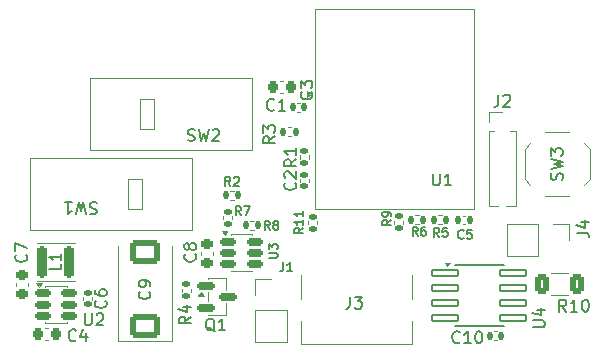
<source format=gbr>
%TF.GenerationSoftware,KiCad,Pcbnew,9.0.7-9.0.7~ubuntu24.04.1*%
%TF.CreationDate,2026-02-26T22:41:37+11:00*%
%TF.ProjectId,flipcab-rounded,666c6970-6361-4622-9d72-6f756e646564,rev?*%
%TF.SameCoordinates,Original*%
%TF.FileFunction,Legend,Top*%
%TF.FilePolarity,Positive*%
%FSLAX46Y46*%
G04 Gerber Fmt 4.6, Leading zero omitted, Abs format (unit mm)*
G04 Created by KiCad (PCBNEW 9.0.7-9.0.7~ubuntu24.04.1) date 2026-02-26 22:41:37*
%MOMM*%
%LPD*%
G01*
G04 APERTURE LIST*
G04 Aperture macros list*
%AMRoundRect*
0 Rectangle with rounded corners*
0 $1 Rounding radius*
0 $2 $3 $4 $5 $6 $7 $8 $9 X,Y pos of 4 corners*
0 Add a 4 corners polygon primitive as box body*
4,1,4,$2,$3,$4,$5,$6,$7,$8,$9,$2,$3,0*
0 Add four circle primitives for the rounded corners*
1,1,$1+$1,$2,$3*
1,1,$1+$1,$4,$5*
1,1,$1+$1,$6,$7*
1,1,$1+$1,$8,$9*
0 Add four rect primitives between the rounded corners*
20,1,$1+$1,$2,$3,$4,$5,0*
20,1,$1+$1,$4,$5,$6,$7,0*
20,1,$1+$1,$6,$7,$8,$9,0*
20,1,$1+$1,$8,$9,$2,$3,0*%
%AMOutline5P*
0 Free polygon, 5 corners , with rotation*
0 The origin of the aperture is its center*
0 number of corners: always 5*
0 $1 to $10 corner X, Y*
0 $11 Rotation angle, in degrees counterclockwise*
0 create outline with 5 corners*
4,1,5,$1,$2,$3,$4,$5,$6,$7,$8,$9,$10,$1,$2,$11*%
%AMOutline6P*
0 Free polygon, 6 corners , with rotation*
0 The origin of the aperture is its center*
0 number of corners: always 6*
0 $1 to $12 corner X, Y*
0 $13 Rotation angle, in degrees counterclockwise*
0 create outline with 6 corners*
4,1,6,$1,$2,$3,$4,$5,$6,$7,$8,$9,$10,$11,$12,$1,$2,$13*%
%AMOutline7P*
0 Free polygon, 7 corners , with rotation*
0 The origin of the aperture is its center*
0 number of corners: always 7*
0 $1 to $14 corner X, Y*
0 $15 Rotation angle, in degrees counterclockwise*
0 create outline with 7 corners*
4,1,7,$1,$2,$3,$4,$5,$6,$7,$8,$9,$10,$11,$12,$13,$14,$1,$2,$15*%
%AMOutline8P*
0 Free polygon, 8 corners , with rotation*
0 The origin of the aperture is its center*
0 number of corners: always 8*
0 $1 to $16 corner X, Y*
0 $17 Rotation angle, in degrees counterclockwise*
0 create outline with 8 corners*
4,1,8,$1,$2,$3,$4,$5,$6,$7,$8,$9,$10,$11,$12,$13,$14,$15,$16,$1,$2,$17*%
G04 Aperture macros list end*
%ADD10C,0.150000*%
%ADD11C,0.120000*%
%ADD12R,2.400000X3.100000*%
%ADD13RoundRect,0.070000X-1.100000X-0.250000X1.100000X-0.250000X1.100000X0.250000X-1.100000X0.250000X0*%
%ADD14C,0.770000*%
%ADD15RoundRect,0.135000X-0.135000X-0.185000X0.135000X-0.185000X0.135000X0.185000X-0.135000X0.185000X0*%
%ADD16RoundRect,0.140000X-0.170000X0.140000X-0.170000X-0.140000X0.170000X-0.140000X0.170000X0.140000X0*%
%ADD17R,1.000000X1.000000*%
%ADD18C,1.000000*%
%ADD19R,2.000000X2.000000*%
%ADD20C,2.000000*%
%ADD21RoundRect,0.250000X-0.312500X-0.625000X0.312500X-0.625000X0.312500X0.625000X-0.312500X0.625000X0*%
%ADD22RoundRect,0.150000X-0.512500X-0.150000X0.512500X-0.150000X0.512500X0.150000X-0.512500X0.150000X0*%
%ADD23RoundRect,0.135000X-0.185000X0.135000X-0.185000X-0.135000X0.185000X-0.135000X0.185000X0.135000X0*%
%ADD24RoundRect,0.140000X-0.140000X-0.170000X0.140000X-0.170000X0.140000X0.170000X-0.140000X0.170000X0*%
%ADD25RoundRect,0.225000X-0.250000X0.225000X-0.250000X-0.225000X0.250000X-0.225000X0.250000X0.225000X0*%
%ADD26R,0.800000X0.400000*%
%ADD27R,0.400000X0.800000*%
%ADD28Outline5P,-0.725000X0.130500X-0.130500X0.725000X0.725000X0.725000X0.725000X-0.725000X-0.725000X-0.725000X0.000000*%
%ADD29R,1.450000X1.450000*%
%ADD30R,0.700000X0.700000*%
%ADD31R,1.700000X1.700000*%
%ADD32C,1.700000*%
%ADD33RoundRect,0.225000X-0.225000X-0.250000X0.225000X-0.250000X0.225000X0.250000X-0.225000X0.250000X0*%
%ADD34RoundRect,0.250000X1.045000X-0.785000X1.045000X0.785000X-1.045000X0.785000X-1.045000X-0.785000X0*%
%ADD35RoundRect,0.150000X-0.587500X-0.150000X0.587500X-0.150000X0.587500X0.150000X-0.587500X0.150000X0*%
%ADD36RoundRect,0.140000X0.140000X0.170000X-0.140000X0.170000X-0.140000X-0.170000X0.140000X-0.170000X0*%
%ADD37RoundRect,0.225000X0.250000X-0.225000X0.250000X0.225000X-0.250000X0.225000X-0.250000X-0.225000X0*%
%ADD38R,0.750000X1.000000*%
%ADD39RoundRect,0.225000X0.225000X0.250000X-0.225000X0.250000X-0.225000X-0.250000X0.225000X-0.250000X0*%
%ADD40RoundRect,0.135000X0.185000X-0.135000X0.185000X0.135000X-0.185000X0.135000X-0.185000X-0.135000X0*%
%ADD41RoundRect,0.200000X0.200000X1.150000X-0.200000X1.150000X-0.200000X-1.150000X0.200000X-1.150000X0*%
%ADD42C,0.650000*%
%ADD43R,0.600000X1.450000*%
%ADD44R,0.300000X1.450000*%
%ADD45O,1.000000X2.100000*%
%ADD46O,1.000000X1.600000*%
G04 APERTURE END LIST*
D10*
X93674819Y-101311904D02*
X94484342Y-101311904D01*
X94484342Y-101311904D02*
X94579580Y-101264285D01*
X94579580Y-101264285D02*
X94627200Y-101216666D01*
X94627200Y-101216666D02*
X94674819Y-101121428D01*
X94674819Y-101121428D02*
X94674819Y-100930952D01*
X94674819Y-100930952D02*
X94627200Y-100835714D01*
X94627200Y-100835714D02*
X94579580Y-100788095D01*
X94579580Y-100788095D02*
X94484342Y-100740476D01*
X94484342Y-100740476D02*
X93674819Y-100740476D01*
X94008152Y-99835714D02*
X94674819Y-99835714D01*
X93627200Y-100073809D02*
X94341485Y-100311904D01*
X94341485Y-100311904D02*
X94341485Y-99692857D01*
X85734999Y-93659164D02*
X85484999Y-93302021D01*
X85306428Y-93659164D02*
X85306428Y-92909164D01*
X85306428Y-92909164D02*
X85592142Y-92909164D01*
X85592142Y-92909164D02*
X85663571Y-92944878D01*
X85663571Y-92944878D02*
X85699285Y-92980592D01*
X85699285Y-92980592D02*
X85734999Y-93052021D01*
X85734999Y-93052021D02*
X85734999Y-93159164D01*
X85734999Y-93159164D02*
X85699285Y-93230592D01*
X85699285Y-93230592D02*
X85663571Y-93266307D01*
X85663571Y-93266307D02*
X85592142Y-93302021D01*
X85592142Y-93302021D02*
X85306428Y-93302021D01*
X86413571Y-92909164D02*
X86056428Y-92909164D01*
X86056428Y-92909164D02*
X86020714Y-93266307D01*
X86020714Y-93266307D02*
X86056428Y-93230592D01*
X86056428Y-93230592D02*
X86127857Y-93194878D01*
X86127857Y-93194878D02*
X86306428Y-93194878D01*
X86306428Y-93194878D02*
X86377857Y-93230592D01*
X86377857Y-93230592D02*
X86413571Y-93266307D01*
X86413571Y-93266307D02*
X86449285Y-93337735D01*
X86449285Y-93337735D02*
X86449285Y-93516307D01*
X86449285Y-93516307D02*
X86413571Y-93587735D01*
X86413571Y-93587735D02*
X86377857Y-93623450D01*
X86377857Y-93623450D02*
X86306428Y-93659164D01*
X86306428Y-93659164D02*
X86127857Y-93659164D01*
X86127857Y-93659164D02*
X86056428Y-93623450D01*
X86056428Y-93623450D02*
X86020714Y-93587735D01*
X57489580Y-99059166D02*
X57537200Y-99106785D01*
X57537200Y-99106785D02*
X57584819Y-99249642D01*
X57584819Y-99249642D02*
X57584819Y-99344880D01*
X57584819Y-99344880D02*
X57537200Y-99487737D01*
X57537200Y-99487737D02*
X57441961Y-99582975D01*
X57441961Y-99582975D02*
X57346723Y-99630594D01*
X57346723Y-99630594D02*
X57156247Y-99678213D01*
X57156247Y-99678213D02*
X57013390Y-99678213D01*
X57013390Y-99678213D02*
X56822914Y-99630594D01*
X56822914Y-99630594D02*
X56727676Y-99582975D01*
X56727676Y-99582975D02*
X56632438Y-99487737D01*
X56632438Y-99487737D02*
X56584819Y-99344880D01*
X56584819Y-99344880D02*
X56584819Y-99249642D01*
X56584819Y-99249642D02*
X56632438Y-99106785D01*
X56632438Y-99106785D02*
X56680057Y-99059166D01*
X56584819Y-98202023D02*
X56584819Y-98392499D01*
X56584819Y-98392499D02*
X56632438Y-98487737D01*
X56632438Y-98487737D02*
X56680057Y-98535356D01*
X56680057Y-98535356D02*
X56822914Y-98630594D01*
X56822914Y-98630594D02*
X57013390Y-98678213D01*
X57013390Y-98678213D02*
X57394342Y-98678213D01*
X57394342Y-98678213D02*
X57489580Y-98630594D01*
X57489580Y-98630594D02*
X57537200Y-98582975D01*
X57537200Y-98582975D02*
X57584819Y-98487737D01*
X57584819Y-98487737D02*
X57584819Y-98297261D01*
X57584819Y-98297261D02*
X57537200Y-98202023D01*
X57537200Y-98202023D02*
X57489580Y-98154404D01*
X57489580Y-98154404D02*
X57394342Y-98106785D01*
X57394342Y-98106785D02*
X57156247Y-98106785D01*
X57156247Y-98106785D02*
X57061009Y-98154404D01*
X57061009Y-98154404D02*
X57013390Y-98202023D01*
X57013390Y-98202023D02*
X56965771Y-98297261D01*
X56965771Y-98297261D02*
X56965771Y-98487737D01*
X56965771Y-98487737D02*
X57013390Y-98582975D01*
X57013390Y-98582975D02*
X57061009Y-98630594D01*
X57061009Y-98630594D02*
X57156247Y-98678213D01*
X90746666Y-81639819D02*
X90746666Y-82354104D01*
X90746666Y-82354104D02*
X90699047Y-82496961D01*
X90699047Y-82496961D02*
X90603809Y-82592200D01*
X90603809Y-82592200D02*
X90460952Y-82639819D01*
X90460952Y-82639819D02*
X90365714Y-82639819D01*
X91175238Y-81735057D02*
X91222857Y-81687438D01*
X91222857Y-81687438D02*
X91318095Y-81639819D01*
X91318095Y-81639819D02*
X91556190Y-81639819D01*
X91556190Y-81639819D02*
X91651428Y-81687438D01*
X91651428Y-81687438D02*
X91699047Y-81735057D01*
X91699047Y-81735057D02*
X91746666Y-81830295D01*
X91746666Y-81830295D02*
X91746666Y-81925533D01*
X91746666Y-81925533D02*
X91699047Y-82068390D01*
X91699047Y-82068390D02*
X91127619Y-82639819D01*
X91127619Y-82639819D02*
X91746666Y-82639819D01*
X64466667Y-85507200D02*
X64609524Y-85554819D01*
X64609524Y-85554819D02*
X64847619Y-85554819D01*
X64847619Y-85554819D02*
X64942857Y-85507200D01*
X64942857Y-85507200D02*
X64990476Y-85459580D01*
X64990476Y-85459580D02*
X65038095Y-85364342D01*
X65038095Y-85364342D02*
X65038095Y-85269104D01*
X65038095Y-85269104D02*
X64990476Y-85173866D01*
X64990476Y-85173866D02*
X64942857Y-85126247D01*
X64942857Y-85126247D02*
X64847619Y-85078628D01*
X64847619Y-85078628D02*
X64657143Y-85031009D01*
X64657143Y-85031009D02*
X64561905Y-84983390D01*
X64561905Y-84983390D02*
X64514286Y-84935771D01*
X64514286Y-84935771D02*
X64466667Y-84840533D01*
X64466667Y-84840533D02*
X64466667Y-84745295D01*
X64466667Y-84745295D02*
X64514286Y-84650057D01*
X64514286Y-84650057D02*
X64561905Y-84602438D01*
X64561905Y-84602438D02*
X64657143Y-84554819D01*
X64657143Y-84554819D02*
X64895238Y-84554819D01*
X64895238Y-84554819D02*
X65038095Y-84602438D01*
X65371429Y-84554819D02*
X65609524Y-85554819D01*
X65609524Y-85554819D02*
X65800000Y-84840533D01*
X65800000Y-84840533D02*
X65990476Y-85554819D01*
X65990476Y-85554819D02*
X66228572Y-84554819D01*
X66561905Y-84650057D02*
X66609524Y-84602438D01*
X66609524Y-84602438D02*
X66704762Y-84554819D01*
X66704762Y-84554819D02*
X66942857Y-84554819D01*
X66942857Y-84554819D02*
X67038095Y-84602438D01*
X67038095Y-84602438D02*
X67085714Y-84650057D01*
X67085714Y-84650057D02*
X67133333Y-84745295D01*
X67133333Y-84745295D02*
X67133333Y-84840533D01*
X67133333Y-84840533D02*
X67085714Y-84983390D01*
X67085714Y-84983390D02*
X66514286Y-85554819D01*
X66514286Y-85554819D02*
X67133333Y-85554819D01*
X83914999Y-93569164D02*
X83664999Y-93212021D01*
X83486428Y-93569164D02*
X83486428Y-92819164D01*
X83486428Y-92819164D02*
X83772142Y-92819164D01*
X83772142Y-92819164D02*
X83843571Y-92854878D01*
X83843571Y-92854878D02*
X83879285Y-92890592D01*
X83879285Y-92890592D02*
X83914999Y-92962021D01*
X83914999Y-92962021D02*
X83914999Y-93069164D01*
X83914999Y-93069164D02*
X83879285Y-93140592D01*
X83879285Y-93140592D02*
X83843571Y-93176307D01*
X83843571Y-93176307D02*
X83772142Y-93212021D01*
X83772142Y-93212021D02*
X83486428Y-93212021D01*
X84557857Y-92819164D02*
X84414999Y-92819164D01*
X84414999Y-92819164D02*
X84343571Y-92854878D01*
X84343571Y-92854878D02*
X84307857Y-92890592D01*
X84307857Y-92890592D02*
X84236428Y-92997735D01*
X84236428Y-92997735D02*
X84200714Y-93140592D01*
X84200714Y-93140592D02*
X84200714Y-93426307D01*
X84200714Y-93426307D02*
X84236428Y-93497735D01*
X84236428Y-93497735D02*
X84272142Y-93533450D01*
X84272142Y-93533450D02*
X84343571Y-93569164D01*
X84343571Y-93569164D02*
X84486428Y-93569164D01*
X84486428Y-93569164D02*
X84557857Y-93533450D01*
X84557857Y-93533450D02*
X84593571Y-93497735D01*
X84593571Y-93497735D02*
X84629285Y-93426307D01*
X84629285Y-93426307D02*
X84629285Y-93247735D01*
X84629285Y-93247735D02*
X84593571Y-93176307D01*
X84593571Y-93176307D02*
X84557857Y-93140592D01*
X84557857Y-93140592D02*
X84486428Y-93104878D01*
X84486428Y-93104878D02*
X84343571Y-93104878D01*
X84343571Y-93104878D02*
X84272142Y-93140592D01*
X84272142Y-93140592D02*
X84236428Y-93176307D01*
X84236428Y-93176307D02*
X84200714Y-93247735D01*
X96497142Y-99994819D02*
X96163809Y-99518628D01*
X95925714Y-99994819D02*
X95925714Y-98994819D01*
X95925714Y-98994819D02*
X96306666Y-98994819D01*
X96306666Y-98994819D02*
X96401904Y-99042438D01*
X96401904Y-99042438D02*
X96449523Y-99090057D01*
X96449523Y-99090057D02*
X96497142Y-99185295D01*
X96497142Y-99185295D02*
X96497142Y-99328152D01*
X96497142Y-99328152D02*
X96449523Y-99423390D01*
X96449523Y-99423390D02*
X96401904Y-99471009D01*
X96401904Y-99471009D02*
X96306666Y-99518628D01*
X96306666Y-99518628D02*
X95925714Y-99518628D01*
X97449523Y-99994819D02*
X96878095Y-99994819D01*
X97163809Y-99994819D02*
X97163809Y-98994819D01*
X97163809Y-98994819D02*
X97068571Y-99137676D01*
X97068571Y-99137676D02*
X96973333Y-99232914D01*
X96973333Y-99232914D02*
X96878095Y-99280533D01*
X98068571Y-98994819D02*
X98163809Y-98994819D01*
X98163809Y-98994819D02*
X98259047Y-99042438D01*
X98259047Y-99042438D02*
X98306666Y-99090057D01*
X98306666Y-99090057D02*
X98354285Y-99185295D01*
X98354285Y-99185295D02*
X98401904Y-99375771D01*
X98401904Y-99375771D02*
X98401904Y-99613866D01*
X98401904Y-99613866D02*
X98354285Y-99804342D01*
X98354285Y-99804342D02*
X98306666Y-99899580D01*
X98306666Y-99899580D02*
X98259047Y-99947200D01*
X98259047Y-99947200D02*
X98163809Y-99994819D01*
X98163809Y-99994819D02*
X98068571Y-99994819D01*
X98068571Y-99994819D02*
X97973333Y-99947200D01*
X97973333Y-99947200D02*
X97925714Y-99899580D01*
X97925714Y-99899580D02*
X97878095Y-99804342D01*
X97878095Y-99804342D02*
X97830476Y-99613866D01*
X97830476Y-99613866D02*
X97830476Y-99375771D01*
X97830476Y-99375771D02*
X97878095Y-99185295D01*
X97878095Y-99185295D02*
X97925714Y-99090057D01*
X97925714Y-99090057D02*
X97973333Y-99042438D01*
X97973333Y-99042438D02*
X98068571Y-98994819D01*
X55738095Y-100154819D02*
X55738095Y-100964342D01*
X55738095Y-100964342D02*
X55785714Y-101059580D01*
X55785714Y-101059580D02*
X55833333Y-101107200D01*
X55833333Y-101107200D02*
X55928571Y-101154819D01*
X55928571Y-101154819D02*
X56119047Y-101154819D01*
X56119047Y-101154819D02*
X56214285Y-101107200D01*
X56214285Y-101107200D02*
X56261904Y-101059580D01*
X56261904Y-101059580D02*
X56309523Y-100964342D01*
X56309523Y-100964342D02*
X56309523Y-100154819D01*
X56738095Y-100250057D02*
X56785714Y-100202438D01*
X56785714Y-100202438D02*
X56880952Y-100154819D01*
X56880952Y-100154819D02*
X57119047Y-100154819D01*
X57119047Y-100154819D02*
X57214285Y-100202438D01*
X57214285Y-100202438D02*
X57261904Y-100250057D01*
X57261904Y-100250057D02*
X57309523Y-100345295D01*
X57309523Y-100345295D02*
X57309523Y-100440533D01*
X57309523Y-100440533D02*
X57261904Y-100583390D01*
X57261904Y-100583390D02*
X56690476Y-101154819D01*
X56690476Y-101154819D02*
X57309523Y-101154819D01*
X73644819Y-87106666D02*
X73168628Y-87439999D01*
X73644819Y-87678094D02*
X72644819Y-87678094D01*
X72644819Y-87678094D02*
X72644819Y-87297142D01*
X72644819Y-87297142D02*
X72692438Y-87201904D01*
X72692438Y-87201904D02*
X72740057Y-87154285D01*
X72740057Y-87154285D02*
X72835295Y-87106666D01*
X72835295Y-87106666D02*
X72978152Y-87106666D01*
X72978152Y-87106666D02*
X73073390Y-87154285D01*
X73073390Y-87154285D02*
X73121009Y-87201904D01*
X73121009Y-87201904D02*
X73168628Y-87297142D01*
X73168628Y-87297142D02*
X73168628Y-87678094D01*
X73644819Y-86154285D02*
X73644819Y-86725713D01*
X73644819Y-86439999D02*
X72644819Y-86439999D01*
X72644819Y-86439999D02*
X72787676Y-86535237D01*
X72787676Y-86535237D02*
X72882914Y-86630475D01*
X72882914Y-86630475D02*
X72930533Y-86725713D01*
X71404999Y-93059164D02*
X71154999Y-92702021D01*
X70976428Y-93059164D02*
X70976428Y-92309164D01*
X70976428Y-92309164D02*
X71262142Y-92309164D01*
X71262142Y-92309164D02*
X71333571Y-92344878D01*
X71333571Y-92344878D02*
X71369285Y-92380592D01*
X71369285Y-92380592D02*
X71404999Y-92452021D01*
X71404999Y-92452021D02*
X71404999Y-92559164D01*
X71404999Y-92559164D02*
X71369285Y-92630592D01*
X71369285Y-92630592D02*
X71333571Y-92666307D01*
X71333571Y-92666307D02*
X71262142Y-92702021D01*
X71262142Y-92702021D02*
X70976428Y-92702021D01*
X71833571Y-92630592D02*
X71762142Y-92594878D01*
X71762142Y-92594878D02*
X71726428Y-92559164D01*
X71726428Y-92559164D02*
X71690714Y-92487735D01*
X71690714Y-92487735D02*
X71690714Y-92452021D01*
X71690714Y-92452021D02*
X71726428Y-92380592D01*
X71726428Y-92380592D02*
X71762142Y-92344878D01*
X71762142Y-92344878D02*
X71833571Y-92309164D01*
X71833571Y-92309164D02*
X71976428Y-92309164D01*
X71976428Y-92309164D02*
X72047857Y-92344878D01*
X72047857Y-92344878D02*
X72083571Y-92380592D01*
X72083571Y-92380592D02*
X72119285Y-92452021D01*
X72119285Y-92452021D02*
X72119285Y-92487735D01*
X72119285Y-92487735D02*
X72083571Y-92559164D01*
X72083571Y-92559164D02*
X72047857Y-92594878D01*
X72047857Y-92594878D02*
X71976428Y-92630592D01*
X71976428Y-92630592D02*
X71833571Y-92630592D01*
X71833571Y-92630592D02*
X71762142Y-92666307D01*
X71762142Y-92666307D02*
X71726428Y-92702021D01*
X71726428Y-92702021D02*
X71690714Y-92773450D01*
X71690714Y-92773450D02*
X71690714Y-92916307D01*
X71690714Y-92916307D02*
X71726428Y-92987735D01*
X71726428Y-92987735D02*
X71762142Y-93023450D01*
X71762142Y-93023450D02*
X71833571Y-93059164D01*
X71833571Y-93059164D02*
X71976428Y-93059164D01*
X71976428Y-93059164D02*
X72047857Y-93023450D01*
X72047857Y-93023450D02*
X72083571Y-92987735D01*
X72083571Y-92987735D02*
X72119285Y-92916307D01*
X72119285Y-92916307D02*
X72119285Y-92773450D01*
X72119285Y-92773450D02*
X72083571Y-92702021D01*
X72083571Y-92702021D02*
X72047857Y-92666307D01*
X72047857Y-92666307D02*
X71976428Y-92630592D01*
X87477142Y-102569580D02*
X87429523Y-102617200D01*
X87429523Y-102617200D02*
X87286666Y-102664819D01*
X87286666Y-102664819D02*
X87191428Y-102664819D01*
X87191428Y-102664819D02*
X87048571Y-102617200D01*
X87048571Y-102617200D02*
X86953333Y-102521961D01*
X86953333Y-102521961D02*
X86905714Y-102426723D01*
X86905714Y-102426723D02*
X86858095Y-102236247D01*
X86858095Y-102236247D02*
X86858095Y-102093390D01*
X86858095Y-102093390D02*
X86905714Y-101902914D01*
X86905714Y-101902914D02*
X86953333Y-101807676D01*
X86953333Y-101807676D02*
X87048571Y-101712438D01*
X87048571Y-101712438D02*
X87191428Y-101664819D01*
X87191428Y-101664819D02*
X87286666Y-101664819D01*
X87286666Y-101664819D02*
X87429523Y-101712438D01*
X87429523Y-101712438D02*
X87477142Y-101760057D01*
X88429523Y-102664819D02*
X87858095Y-102664819D01*
X88143809Y-102664819D02*
X88143809Y-101664819D01*
X88143809Y-101664819D02*
X88048571Y-101807676D01*
X88048571Y-101807676D02*
X87953333Y-101902914D01*
X87953333Y-101902914D02*
X87858095Y-101950533D01*
X89048571Y-101664819D02*
X89143809Y-101664819D01*
X89143809Y-101664819D02*
X89239047Y-101712438D01*
X89239047Y-101712438D02*
X89286666Y-101760057D01*
X89286666Y-101760057D02*
X89334285Y-101855295D01*
X89334285Y-101855295D02*
X89381904Y-102045771D01*
X89381904Y-102045771D02*
X89381904Y-102283866D01*
X89381904Y-102283866D02*
X89334285Y-102474342D01*
X89334285Y-102474342D02*
X89286666Y-102569580D01*
X89286666Y-102569580D02*
X89239047Y-102617200D01*
X89239047Y-102617200D02*
X89143809Y-102664819D01*
X89143809Y-102664819D02*
X89048571Y-102664819D01*
X89048571Y-102664819D02*
X88953333Y-102617200D01*
X88953333Y-102617200D02*
X88905714Y-102569580D01*
X88905714Y-102569580D02*
X88858095Y-102474342D01*
X88858095Y-102474342D02*
X88810476Y-102283866D01*
X88810476Y-102283866D02*
X88810476Y-102045771D01*
X88810476Y-102045771D02*
X88858095Y-101855295D01*
X88858095Y-101855295D02*
X88905714Y-101760057D01*
X88905714Y-101760057D02*
X88953333Y-101712438D01*
X88953333Y-101712438D02*
X89048571Y-101664819D01*
X65069580Y-95136666D02*
X65117200Y-95184285D01*
X65117200Y-95184285D02*
X65164819Y-95327142D01*
X65164819Y-95327142D02*
X65164819Y-95422380D01*
X65164819Y-95422380D02*
X65117200Y-95565237D01*
X65117200Y-95565237D02*
X65021961Y-95660475D01*
X65021961Y-95660475D02*
X64926723Y-95708094D01*
X64926723Y-95708094D02*
X64736247Y-95755713D01*
X64736247Y-95755713D02*
X64593390Y-95755713D01*
X64593390Y-95755713D02*
X64402914Y-95708094D01*
X64402914Y-95708094D02*
X64307676Y-95660475D01*
X64307676Y-95660475D02*
X64212438Y-95565237D01*
X64212438Y-95565237D02*
X64164819Y-95422380D01*
X64164819Y-95422380D02*
X64164819Y-95327142D01*
X64164819Y-95327142D02*
X64212438Y-95184285D01*
X64212438Y-95184285D02*
X64260057Y-95136666D01*
X64593390Y-94565237D02*
X64545771Y-94660475D01*
X64545771Y-94660475D02*
X64498152Y-94708094D01*
X64498152Y-94708094D02*
X64402914Y-94755713D01*
X64402914Y-94755713D02*
X64355295Y-94755713D01*
X64355295Y-94755713D02*
X64260057Y-94708094D01*
X64260057Y-94708094D02*
X64212438Y-94660475D01*
X64212438Y-94660475D02*
X64164819Y-94565237D01*
X64164819Y-94565237D02*
X64164819Y-94374761D01*
X64164819Y-94374761D02*
X64212438Y-94279523D01*
X64212438Y-94279523D02*
X64260057Y-94231904D01*
X64260057Y-94231904D02*
X64355295Y-94184285D01*
X64355295Y-94184285D02*
X64402914Y-94184285D01*
X64402914Y-94184285D02*
X64498152Y-94231904D01*
X64498152Y-94231904D02*
X64545771Y-94279523D01*
X64545771Y-94279523D02*
X64593390Y-94374761D01*
X64593390Y-94374761D02*
X64593390Y-94565237D01*
X64593390Y-94565237D02*
X64641009Y-94660475D01*
X64641009Y-94660475D02*
X64688628Y-94708094D01*
X64688628Y-94708094D02*
X64783866Y-94755713D01*
X64783866Y-94755713D02*
X64974342Y-94755713D01*
X64974342Y-94755713D02*
X65069580Y-94708094D01*
X65069580Y-94708094D02*
X65117200Y-94660475D01*
X65117200Y-94660475D02*
X65164819Y-94565237D01*
X65164819Y-94565237D02*
X65164819Y-94374761D01*
X65164819Y-94374761D02*
X65117200Y-94279523D01*
X65117200Y-94279523D02*
X65069580Y-94231904D01*
X65069580Y-94231904D02*
X64974342Y-94184285D01*
X64974342Y-94184285D02*
X64783866Y-94184285D01*
X64783866Y-94184285D02*
X64688628Y-94231904D01*
X64688628Y-94231904D02*
X64641009Y-94279523D01*
X64641009Y-94279523D02*
X64593390Y-94374761D01*
X85213095Y-88314819D02*
X85213095Y-89124342D01*
X85213095Y-89124342D02*
X85260714Y-89219580D01*
X85260714Y-89219580D02*
X85308333Y-89267200D01*
X85308333Y-89267200D02*
X85403571Y-89314819D01*
X85403571Y-89314819D02*
X85594047Y-89314819D01*
X85594047Y-89314819D02*
X85689285Y-89267200D01*
X85689285Y-89267200D02*
X85736904Y-89219580D01*
X85736904Y-89219580D02*
X85784523Y-89124342D01*
X85784523Y-89124342D02*
X85784523Y-88314819D01*
X86784523Y-89314819D02*
X86213095Y-89314819D01*
X86498809Y-89314819D02*
X86498809Y-88314819D01*
X86498809Y-88314819D02*
X86403571Y-88457676D01*
X86403571Y-88457676D02*
X86308333Y-88552914D01*
X86308333Y-88552914D02*
X86213095Y-88600533D01*
X97394819Y-93323333D02*
X98109104Y-93323333D01*
X98109104Y-93323333D02*
X98251961Y-93370952D01*
X98251961Y-93370952D02*
X98347200Y-93466190D01*
X98347200Y-93466190D02*
X98394819Y-93609047D01*
X98394819Y-93609047D02*
X98394819Y-93704285D01*
X97728152Y-92418571D02*
X98394819Y-92418571D01*
X97347200Y-92656666D02*
X98061485Y-92894761D01*
X98061485Y-92894761D02*
X98061485Y-92275714D01*
X74239164Y-92922143D02*
X73882021Y-93172143D01*
X74239164Y-93350714D02*
X73489164Y-93350714D01*
X73489164Y-93350714D02*
X73489164Y-93065000D01*
X73489164Y-93065000D02*
X73524878Y-92993571D01*
X73524878Y-92993571D02*
X73560592Y-92957857D01*
X73560592Y-92957857D02*
X73632021Y-92922143D01*
X73632021Y-92922143D02*
X73739164Y-92922143D01*
X73739164Y-92922143D02*
X73810592Y-92957857D01*
X73810592Y-92957857D02*
X73846307Y-92993571D01*
X73846307Y-92993571D02*
X73882021Y-93065000D01*
X73882021Y-93065000D02*
X73882021Y-93350714D01*
X74239164Y-92207857D02*
X74239164Y-92636428D01*
X74239164Y-92422143D02*
X73489164Y-92422143D01*
X73489164Y-92422143D02*
X73596307Y-92493571D01*
X73596307Y-92493571D02*
X73667735Y-92565000D01*
X73667735Y-92565000D02*
X73703450Y-92636428D01*
X74239164Y-91493571D02*
X74239164Y-91922142D01*
X74239164Y-91707857D02*
X73489164Y-91707857D01*
X73489164Y-91707857D02*
X73596307Y-91779285D01*
X73596307Y-91779285D02*
X73667735Y-91850714D01*
X73667735Y-91850714D02*
X73703450Y-91922142D01*
X71319164Y-95441428D02*
X71926307Y-95441428D01*
X71926307Y-95441428D02*
X71997735Y-95405714D01*
X71997735Y-95405714D02*
X72033450Y-95370000D01*
X72033450Y-95370000D02*
X72069164Y-95298571D01*
X72069164Y-95298571D02*
X72069164Y-95155714D01*
X72069164Y-95155714D02*
X72033450Y-95084285D01*
X72033450Y-95084285D02*
X71997735Y-95048571D01*
X71997735Y-95048571D02*
X71926307Y-95012857D01*
X71926307Y-95012857D02*
X71319164Y-95012857D01*
X71319164Y-94727143D02*
X71319164Y-94262857D01*
X71319164Y-94262857D02*
X71604878Y-94512857D01*
X71604878Y-94512857D02*
X71604878Y-94405714D01*
X71604878Y-94405714D02*
X71640592Y-94334286D01*
X71640592Y-94334286D02*
X71676307Y-94298571D01*
X71676307Y-94298571D02*
X71747735Y-94262857D01*
X71747735Y-94262857D02*
X71926307Y-94262857D01*
X71926307Y-94262857D02*
X71997735Y-94298571D01*
X71997735Y-94298571D02*
X72033450Y-94334286D01*
X72033450Y-94334286D02*
X72069164Y-94405714D01*
X72069164Y-94405714D02*
X72069164Y-94620000D01*
X72069164Y-94620000D02*
X72033450Y-94691428D01*
X72033450Y-94691428D02*
X71997735Y-94727143D01*
X54993333Y-102409580D02*
X54945714Y-102457200D01*
X54945714Y-102457200D02*
X54802857Y-102504819D01*
X54802857Y-102504819D02*
X54707619Y-102504819D01*
X54707619Y-102504819D02*
X54564762Y-102457200D01*
X54564762Y-102457200D02*
X54469524Y-102361961D01*
X54469524Y-102361961D02*
X54421905Y-102266723D01*
X54421905Y-102266723D02*
X54374286Y-102076247D01*
X54374286Y-102076247D02*
X54374286Y-101933390D01*
X54374286Y-101933390D02*
X54421905Y-101742914D01*
X54421905Y-101742914D02*
X54469524Y-101647676D01*
X54469524Y-101647676D02*
X54564762Y-101552438D01*
X54564762Y-101552438D02*
X54707619Y-101504819D01*
X54707619Y-101504819D02*
X54802857Y-101504819D01*
X54802857Y-101504819D02*
X54945714Y-101552438D01*
X54945714Y-101552438D02*
X54993333Y-101600057D01*
X55850476Y-101838152D02*
X55850476Y-102504819D01*
X55612381Y-101457200D02*
X55374286Y-102171485D01*
X55374286Y-102171485D02*
X55993333Y-102171485D01*
X61199580Y-98296666D02*
X61247200Y-98344285D01*
X61247200Y-98344285D02*
X61294819Y-98487142D01*
X61294819Y-98487142D02*
X61294819Y-98582380D01*
X61294819Y-98582380D02*
X61247200Y-98725237D01*
X61247200Y-98725237D02*
X61151961Y-98820475D01*
X61151961Y-98820475D02*
X61056723Y-98868094D01*
X61056723Y-98868094D02*
X60866247Y-98915713D01*
X60866247Y-98915713D02*
X60723390Y-98915713D01*
X60723390Y-98915713D02*
X60532914Y-98868094D01*
X60532914Y-98868094D02*
X60437676Y-98820475D01*
X60437676Y-98820475D02*
X60342438Y-98725237D01*
X60342438Y-98725237D02*
X60294819Y-98582380D01*
X60294819Y-98582380D02*
X60294819Y-98487142D01*
X60294819Y-98487142D02*
X60342438Y-98344285D01*
X60342438Y-98344285D02*
X60390057Y-98296666D01*
X61294819Y-97820475D02*
X61294819Y-97629999D01*
X61294819Y-97629999D02*
X61247200Y-97534761D01*
X61247200Y-97534761D02*
X61199580Y-97487142D01*
X61199580Y-97487142D02*
X61056723Y-97391904D01*
X61056723Y-97391904D02*
X60866247Y-97344285D01*
X60866247Y-97344285D02*
X60485295Y-97344285D01*
X60485295Y-97344285D02*
X60390057Y-97391904D01*
X60390057Y-97391904D02*
X60342438Y-97439523D01*
X60342438Y-97439523D02*
X60294819Y-97534761D01*
X60294819Y-97534761D02*
X60294819Y-97725237D01*
X60294819Y-97725237D02*
X60342438Y-97820475D01*
X60342438Y-97820475D02*
X60390057Y-97868094D01*
X60390057Y-97868094D02*
X60485295Y-97915713D01*
X60485295Y-97915713D02*
X60723390Y-97915713D01*
X60723390Y-97915713D02*
X60818628Y-97868094D01*
X60818628Y-97868094D02*
X60866247Y-97820475D01*
X60866247Y-97820475D02*
X60913866Y-97725237D01*
X60913866Y-97725237D02*
X60913866Y-97534761D01*
X60913866Y-97534761D02*
X60866247Y-97439523D01*
X60866247Y-97439523D02*
X60818628Y-97391904D01*
X60818628Y-97391904D02*
X60723390Y-97344285D01*
X66732261Y-101680057D02*
X66637023Y-101632438D01*
X66637023Y-101632438D02*
X66541785Y-101537200D01*
X66541785Y-101537200D02*
X66398928Y-101394342D01*
X66398928Y-101394342D02*
X66303690Y-101346723D01*
X66303690Y-101346723D02*
X66208452Y-101346723D01*
X66256071Y-101584819D02*
X66160833Y-101537200D01*
X66160833Y-101537200D02*
X66065595Y-101441961D01*
X66065595Y-101441961D02*
X66017976Y-101251485D01*
X66017976Y-101251485D02*
X66017976Y-100918152D01*
X66017976Y-100918152D02*
X66065595Y-100727676D01*
X66065595Y-100727676D02*
X66160833Y-100632438D01*
X66160833Y-100632438D02*
X66256071Y-100584819D01*
X66256071Y-100584819D02*
X66446547Y-100584819D01*
X66446547Y-100584819D02*
X66541785Y-100632438D01*
X66541785Y-100632438D02*
X66637023Y-100727676D01*
X66637023Y-100727676D02*
X66684642Y-100918152D01*
X66684642Y-100918152D02*
X66684642Y-101251485D01*
X66684642Y-101251485D02*
X66637023Y-101441961D01*
X66637023Y-101441961D02*
X66541785Y-101537200D01*
X66541785Y-101537200D02*
X66446547Y-101584819D01*
X66446547Y-101584819D02*
X66256071Y-101584819D01*
X67637023Y-101584819D02*
X67065595Y-101584819D01*
X67351309Y-101584819D02*
X67351309Y-100584819D01*
X67351309Y-100584819D02*
X67256071Y-100727676D01*
X67256071Y-100727676D02*
X67160833Y-100822914D01*
X67160833Y-100822914D02*
X67065595Y-100870533D01*
X71763333Y-82889580D02*
X71715714Y-82937200D01*
X71715714Y-82937200D02*
X71572857Y-82984819D01*
X71572857Y-82984819D02*
X71477619Y-82984819D01*
X71477619Y-82984819D02*
X71334762Y-82937200D01*
X71334762Y-82937200D02*
X71239524Y-82841961D01*
X71239524Y-82841961D02*
X71191905Y-82746723D01*
X71191905Y-82746723D02*
X71144286Y-82556247D01*
X71144286Y-82556247D02*
X71144286Y-82413390D01*
X71144286Y-82413390D02*
X71191905Y-82222914D01*
X71191905Y-82222914D02*
X71239524Y-82127676D01*
X71239524Y-82127676D02*
X71334762Y-82032438D01*
X71334762Y-82032438D02*
X71477619Y-81984819D01*
X71477619Y-81984819D02*
X71572857Y-81984819D01*
X71572857Y-81984819D02*
X71715714Y-82032438D01*
X71715714Y-82032438D02*
X71763333Y-82080057D01*
X72715714Y-82984819D02*
X72144286Y-82984819D01*
X72430000Y-82984819D02*
X72430000Y-81984819D01*
X72430000Y-81984819D02*
X72334762Y-82127676D01*
X72334762Y-82127676D02*
X72239524Y-82222914D01*
X72239524Y-82222914D02*
X72144286Y-82270533D01*
X71834819Y-85166666D02*
X71358628Y-85499999D01*
X71834819Y-85738094D02*
X70834819Y-85738094D01*
X70834819Y-85738094D02*
X70834819Y-85357142D01*
X70834819Y-85357142D02*
X70882438Y-85261904D01*
X70882438Y-85261904D02*
X70930057Y-85214285D01*
X70930057Y-85214285D02*
X71025295Y-85166666D01*
X71025295Y-85166666D02*
X71168152Y-85166666D01*
X71168152Y-85166666D02*
X71263390Y-85214285D01*
X71263390Y-85214285D02*
X71311009Y-85261904D01*
X71311009Y-85261904D02*
X71358628Y-85357142D01*
X71358628Y-85357142D02*
X71358628Y-85738094D01*
X70834819Y-84833332D02*
X70834819Y-84214285D01*
X70834819Y-84214285D02*
X71215771Y-84547618D01*
X71215771Y-84547618D02*
X71215771Y-84404761D01*
X71215771Y-84404761D02*
X71263390Y-84309523D01*
X71263390Y-84309523D02*
X71311009Y-84261904D01*
X71311009Y-84261904D02*
X71406247Y-84214285D01*
X71406247Y-84214285D02*
X71644342Y-84214285D01*
X71644342Y-84214285D02*
X71739580Y-84261904D01*
X71739580Y-84261904D02*
X71787200Y-84309523D01*
X71787200Y-84309523D02*
X71834819Y-84404761D01*
X71834819Y-84404761D02*
X71834819Y-84690475D01*
X71834819Y-84690475D02*
X71787200Y-84785713D01*
X71787200Y-84785713D02*
X71739580Y-84833332D01*
X81679164Y-92245000D02*
X81322021Y-92495000D01*
X81679164Y-92673571D02*
X80929164Y-92673571D01*
X80929164Y-92673571D02*
X80929164Y-92387857D01*
X80929164Y-92387857D02*
X80964878Y-92316428D01*
X80964878Y-92316428D02*
X81000592Y-92280714D01*
X81000592Y-92280714D02*
X81072021Y-92245000D01*
X81072021Y-92245000D02*
X81179164Y-92245000D01*
X81179164Y-92245000D02*
X81250592Y-92280714D01*
X81250592Y-92280714D02*
X81286307Y-92316428D01*
X81286307Y-92316428D02*
X81322021Y-92387857D01*
X81322021Y-92387857D02*
X81322021Y-92673571D01*
X81679164Y-91887857D02*
X81679164Y-91745000D01*
X81679164Y-91745000D02*
X81643450Y-91673571D01*
X81643450Y-91673571D02*
X81607735Y-91637857D01*
X81607735Y-91637857D02*
X81500592Y-91566428D01*
X81500592Y-91566428D02*
X81357735Y-91530714D01*
X81357735Y-91530714D02*
X81072021Y-91530714D01*
X81072021Y-91530714D02*
X81000592Y-91566428D01*
X81000592Y-91566428D02*
X80964878Y-91602143D01*
X80964878Y-91602143D02*
X80929164Y-91673571D01*
X80929164Y-91673571D02*
X80929164Y-91816428D01*
X80929164Y-91816428D02*
X80964878Y-91887857D01*
X80964878Y-91887857D02*
X81000592Y-91923571D01*
X81000592Y-91923571D02*
X81072021Y-91959285D01*
X81072021Y-91959285D02*
X81250592Y-91959285D01*
X81250592Y-91959285D02*
X81322021Y-91923571D01*
X81322021Y-91923571D02*
X81357735Y-91887857D01*
X81357735Y-91887857D02*
X81393450Y-91816428D01*
X81393450Y-91816428D02*
X81393450Y-91673571D01*
X81393450Y-91673571D02*
X81357735Y-91602143D01*
X81357735Y-91602143D02*
X81322021Y-91566428D01*
X81322021Y-91566428D02*
X81250592Y-91530714D01*
X50759580Y-95166666D02*
X50807200Y-95214285D01*
X50807200Y-95214285D02*
X50854819Y-95357142D01*
X50854819Y-95357142D02*
X50854819Y-95452380D01*
X50854819Y-95452380D02*
X50807200Y-95595237D01*
X50807200Y-95595237D02*
X50711961Y-95690475D01*
X50711961Y-95690475D02*
X50616723Y-95738094D01*
X50616723Y-95738094D02*
X50426247Y-95785713D01*
X50426247Y-95785713D02*
X50283390Y-95785713D01*
X50283390Y-95785713D02*
X50092914Y-95738094D01*
X50092914Y-95738094D02*
X49997676Y-95690475D01*
X49997676Y-95690475D02*
X49902438Y-95595237D01*
X49902438Y-95595237D02*
X49854819Y-95452380D01*
X49854819Y-95452380D02*
X49854819Y-95357142D01*
X49854819Y-95357142D02*
X49902438Y-95214285D01*
X49902438Y-95214285D02*
X49950057Y-95166666D01*
X49854819Y-94833332D02*
X49854819Y-94166666D01*
X49854819Y-94166666D02*
X50854819Y-94595237D01*
X68964999Y-91819164D02*
X68714999Y-91462021D01*
X68536428Y-91819164D02*
X68536428Y-91069164D01*
X68536428Y-91069164D02*
X68822142Y-91069164D01*
X68822142Y-91069164D02*
X68893571Y-91104878D01*
X68893571Y-91104878D02*
X68929285Y-91140592D01*
X68929285Y-91140592D02*
X68964999Y-91212021D01*
X68964999Y-91212021D02*
X68964999Y-91319164D01*
X68964999Y-91319164D02*
X68929285Y-91390592D01*
X68929285Y-91390592D02*
X68893571Y-91426307D01*
X68893571Y-91426307D02*
X68822142Y-91462021D01*
X68822142Y-91462021D02*
X68536428Y-91462021D01*
X69214999Y-91069164D02*
X69714999Y-91069164D01*
X69714999Y-91069164D02*
X69393571Y-91819164D01*
X96142200Y-88833332D02*
X96189819Y-88690475D01*
X96189819Y-88690475D02*
X96189819Y-88452380D01*
X96189819Y-88452380D02*
X96142200Y-88357142D01*
X96142200Y-88357142D02*
X96094580Y-88309523D01*
X96094580Y-88309523D02*
X95999342Y-88261904D01*
X95999342Y-88261904D02*
X95904104Y-88261904D01*
X95904104Y-88261904D02*
X95808866Y-88309523D01*
X95808866Y-88309523D02*
X95761247Y-88357142D01*
X95761247Y-88357142D02*
X95713628Y-88452380D01*
X95713628Y-88452380D02*
X95666009Y-88642856D01*
X95666009Y-88642856D02*
X95618390Y-88738094D01*
X95618390Y-88738094D02*
X95570771Y-88785713D01*
X95570771Y-88785713D02*
X95475533Y-88833332D01*
X95475533Y-88833332D02*
X95380295Y-88833332D01*
X95380295Y-88833332D02*
X95285057Y-88785713D01*
X95285057Y-88785713D02*
X95237438Y-88738094D01*
X95237438Y-88738094D02*
X95189819Y-88642856D01*
X95189819Y-88642856D02*
X95189819Y-88404761D01*
X95189819Y-88404761D02*
X95237438Y-88261904D01*
X95189819Y-87928570D02*
X96189819Y-87690475D01*
X96189819Y-87690475D02*
X95475533Y-87499999D01*
X95475533Y-87499999D02*
X96189819Y-87309523D01*
X96189819Y-87309523D02*
X95189819Y-87071428D01*
X95189819Y-86785713D02*
X95189819Y-86166666D01*
X95189819Y-86166666D02*
X95570771Y-86499999D01*
X95570771Y-86499999D02*
X95570771Y-86357142D01*
X95570771Y-86357142D02*
X95618390Y-86261904D01*
X95618390Y-86261904D02*
X95666009Y-86214285D01*
X95666009Y-86214285D02*
X95761247Y-86166666D01*
X95761247Y-86166666D02*
X95999342Y-86166666D01*
X95999342Y-86166666D02*
X96094580Y-86214285D01*
X96094580Y-86214285D02*
X96142200Y-86261904D01*
X96142200Y-86261904D02*
X96189819Y-86357142D01*
X96189819Y-86357142D02*
X96189819Y-86642856D01*
X96189819Y-86642856D02*
X96142200Y-86738094D01*
X96142200Y-86738094D02*
X96094580Y-86785713D01*
X74919580Y-81396666D02*
X74967200Y-81444285D01*
X74967200Y-81444285D02*
X75014819Y-81587142D01*
X75014819Y-81587142D02*
X75014819Y-81682380D01*
X75014819Y-81682380D02*
X74967200Y-81825237D01*
X74967200Y-81825237D02*
X74871961Y-81920475D01*
X74871961Y-81920475D02*
X74776723Y-81968094D01*
X74776723Y-81968094D02*
X74586247Y-82015713D01*
X74586247Y-82015713D02*
X74443390Y-82015713D01*
X74443390Y-82015713D02*
X74252914Y-81968094D01*
X74252914Y-81968094D02*
X74157676Y-81920475D01*
X74157676Y-81920475D02*
X74062438Y-81825237D01*
X74062438Y-81825237D02*
X74014819Y-81682380D01*
X74014819Y-81682380D02*
X74014819Y-81587142D01*
X74014819Y-81587142D02*
X74062438Y-81444285D01*
X74062438Y-81444285D02*
X74110057Y-81396666D01*
X74014819Y-81063332D02*
X74014819Y-80444285D01*
X74014819Y-80444285D02*
X74395771Y-80777618D01*
X74395771Y-80777618D02*
X74395771Y-80634761D01*
X74395771Y-80634761D02*
X74443390Y-80539523D01*
X74443390Y-80539523D02*
X74491009Y-80491904D01*
X74491009Y-80491904D02*
X74586247Y-80444285D01*
X74586247Y-80444285D02*
X74824342Y-80444285D01*
X74824342Y-80444285D02*
X74919580Y-80491904D01*
X74919580Y-80491904D02*
X74967200Y-80539523D01*
X74967200Y-80539523D02*
X75014819Y-80634761D01*
X75014819Y-80634761D02*
X75014819Y-80920475D01*
X75014819Y-80920475D02*
X74967200Y-81015713D01*
X74967200Y-81015713D02*
X74919580Y-81063332D01*
X64714819Y-100426666D02*
X64238628Y-100759999D01*
X64714819Y-100998094D02*
X63714819Y-100998094D01*
X63714819Y-100998094D02*
X63714819Y-100617142D01*
X63714819Y-100617142D02*
X63762438Y-100521904D01*
X63762438Y-100521904D02*
X63810057Y-100474285D01*
X63810057Y-100474285D02*
X63905295Y-100426666D01*
X63905295Y-100426666D02*
X64048152Y-100426666D01*
X64048152Y-100426666D02*
X64143390Y-100474285D01*
X64143390Y-100474285D02*
X64191009Y-100521904D01*
X64191009Y-100521904D02*
X64238628Y-100617142D01*
X64238628Y-100617142D02*
X64238628Y-100998094D01*
X64048152Y-99569523D02*
X64714819Y-99569523D01*
X63667200Y-99807618D02*
X64381485Y-100045713D01*
X64381485Y-100045713D02*
X64381485Y-99426666D01*
X87804999Y-93767735D02*
X87769285Y-93803450D01*
X87769285Y-93803450D02*
X87662142Y-93839164D01*
X87662142Y-93839164D02*
X87590714Y-93839164D01*
X87590714Y-93839164D02*
X87483571Y-93803450D01*
X87483571Y-93803450D02*
X87412142Y-93732021D01*
X87412142Y-93732021D02*
X87376428Y-93660592D01*
X87376428Y-93660592D02*
X87340714Y-93517735D01*
X87340714Y-93517735D02*
X87340714Y-93410592D01*
X87340714Y-93410592D02*
X87376428Y-93267735D01*
X87376428Y-93267735D02*
X87412142Y-93196307D01*
X87412142Y-93196307D02*
X87483571Y-93124878D01*
X87483571Y-93124878D02*
X87590714Y-93089164D01*
X87590714Y-93089164D02*
X87662142Y-93089164D01*
X87662142Y-93089164D02*
X87769285Y-93124878D01*
X87769285Y-93124878D02*
X87804999Y-93160592D01*
X88483571Y-93089164D02*
X88126428Y-93089164D01*
X88126428Y-93089164D02*
X88090714Y-93446307D01*
X88090714Y-93446307D02*
X88126428Y-93410592D01*
X88126428Y-93410592D02*
X88197857Y-93374878D01*
X88197857Y-93374878D02*
X88376428Y-93374878D01*
X88376428Y-93374878D02*
X88447857Y-93410592D01*
X88447857Y-93410592D02*
X88483571Y-93446307D01*
X88483571Y-93446307D02*
X88519285Y-93517735D01*
X88519285Y-93517735D02*
X88519285Y-93696307D01*
X88519285Y-93696307D02*
X88483571Y-93767735D01*
X88483571Y-93767735D02*
X88447857Y-93803450D01*
X88447857Y-93803450D02*
X88376428Y-93839164D01*
X88376428Y-93839164D02*
X88197857Y-93839164D01*
X88197857Y-93839164D02*
X88126428Y-93803450D01*
X88126428Y-93803450D02*
X88090714Y-93767735D01*
X53744819Y-95939166D02*
X53744819Y-96415356D01*
X53744819Y-96415356D02*
X52744819Y-96415356D01*
X53744819Y-95082023D02*
X53744819Y-95653451D01*
X53744819Y-95367737D02*
X52744819Y-95367737D01*
X52744819Y-95367737D02*
X52887676Y-95462975D01*
X52887676Y-95462975D02*
X52982914Y-95558213D01*
X52982914Y-95558213D02*
X53030533Y-95653451D01*
X68074999Y-89329164D02*
X67824999Y-88972021D01*
X67646428Y-89329164D02*
X67646428Y-88579164D01*
X67646428Y-88579164D02*
X67932142Y-88579164D01*
X67932142Y-88579164D02*
X68003571Y-88614878D01*
X68003571Y-88614878D02*
X68039285Y-88650592D01*
X68039285Y-88650592D02*
X68074999Y-88722021D01*
X68074999Y-88722021D02*
X68074999Y-88829164D01*
X68074999Y-88829164D02*
X68039285Y-88900592D01*
X68039285Y-88900592D02*
X68003571Y-88936307D01*
X68003571Y-88936307D02*
X67932142Y-88972021D01*
X67932142Y-88972021D02*
X67646428Y-88972021D01*
X68360714Y-88650592D02*
X68396428Y-88614878D01*
X68396428Y-88614878D02*
X68467857Y-88579164D01*
X68467857Y-88579164D02*
X68646428Y-88579164D01*
X68646428Y-88579164D02*
X68717857Y-88614878D01*
X68717857Y-88614878D02*
X68753571Y-88650592D01*
X68753571Y-88650592D02*
X68789285Y-88722021D01*
X68789285Y-88722021D02*
X68789285Y-88793450D01*
X68789285Y-88793450D02*
X68753571Y-88900592D01*
X68753571Y-88900592D02*
X68324999Y-89329164D01*
X68324999Y-89329164D02*
X68789285Y-89329164D01*
X72560000Y-95819164D02*
X72560000Y-96354878D01*
X72560000Y-96354878D02*
X72524285Y-96462021D01*
X72524285Y-96462021D02*
X72452857Y-96533450D01*
X72452857Y-96533450D02*
X72345714Y-96569164D01*
X72345714Y-96569164D02*
X72274285Y-96569164D01*
X73310000Y-96569164D02*
X72881429Y-96569164D01*
X73095714Y-96569164D02*
X73095714Y-95819164D01*
X73095714Y-95819164D02*
X73024286Y-95926307D01*
X73024286Y-95926307D02*
X72952857Y-95997735D01*
X72952857Y-95997735D02*
X72881429Y-96033450D01*
X56733332Y-90792800D02*
X56590475Y-90745180D01*
X56590475Y-90745180D02*
X56352380Y-90745180D01*
X56352380Y-90745180D02*
X56257142Y-90792800D01*
X56257142Y-90792800D02*
X56209523Y-90840419D01*
X56209523Y-90840419D02*
X56161904Y-90935657D01*
X56161904Y-90935657D02*
X56161904Y-91030895D01*
X56161904Y-91030895D02*
X56209523Y-91126133D01*
X56209523Y-91126133D02*
X56257142Y-91173752D01*
X56257142Y-91173752D02*
X56352380Y-91221371D01*
X56352380Y-91221371D02*
X56542856Y-91268990D01*
X56542856Y-91268990D02*
X56638094Y-91316609D01*
X56638094Y-91316609D02*
X56685713Y-91364228D01*
X56685713Y-91364228D02*
X56733332Y-91459466D01*
X56733332Y-91459466D02*
X56733332Y-91554704D01*
X56733332Y-91554704D02*
X56685713Y-91649942D01*
X56685713Y-91649942D02*
X56638094Y-91697561D01*
X56638094Y-91697561D02*
X56542856Y-91745180D01*
X56542856Y-91745180D02*
X56304761Y-91745180D01*
X56304761Y-91745180D02*
X56161904Y-91697561D01*
X55828570Y-91745180D02*
X55590475Y-90745180D01*
X55590475Y-90745180D02*
X55399999Y-91459466D01*
X55399999Y-91459466D02*
X55209523Y-90745180D01*
X55209523Y-90745180D02*
X54971428Y-91745180D01*
X54066666Y-90745180D02*
X54638094Y-90745180D01*
X54352380Y-90745180D02*
X54352380Y-91745180D01*
X54352380Y-91745180D02*
X54447618Y-91602323D01*
X54447618Y-91602323D02*
X54542856Y-91507085D01*
X54542856Y-91507085D02*
X54638094Y-91459466D01*
X78196666Y-98734819D02*
X78196666Y-99449104D01*
X78196666Y-99449104D02*
X78149047Y-99591961D01*
X78149047Y-99591961D02*
X78053809Y-99687200D01*
X78053809Y-99687200D02*
X77910952Y-99734819D01*
X77910952Y-99734819D02*
X77815714Y-99734819D01*
X78577619Y-98734819D02*
X79196666Y-98734819D01*
X79196666Y-98734819D02*
X78863333Y-99115771D01*
X78863333Y-99115771D02*
X79006190Y-99115771D01*
X79006190Y-99115771D02*
X79101428Y-99163390D01*
X79101428Y-99163390D02*
X79149047Y-99211009D01*
X79149047Y-99211009D02*
X79196666Y-99306247D01*
X79196666Y-99306247D02*
X79196666Y-99544342D01*
X79196666Y-99544342D02*
X79149047Y-99639580D01*
X79149047Y-99639580D02*
X79101428Y-99687200D01*
X79101428Y-99687200D02*
X79006190Y-99734819D01*
X79006190Y-99734819D02*
X78720476Y-99734819D01*
X78720476Y-99734819D02*
X78625238Y-99687200D01*
X78625238Y-99687200D02*
X78577619Y-99639580D01*
X73539580Y-89066666D02*
X73587200Y-89114285D01*
X73587200Y-89114285D02*
X73634819Y-89257142D01*
X73634819Y-89257142D02*
X73634819Y-89352380D01*
X73634819Y-89352380D02*
X73587200Y-89495237D01*
X73587200Y-89495237D02*
X73491961Y-89590475D01*
X73491961Y-89590475D02*
X73396723Y-89638094D01*
X73396723Y-89638094D02*
X73206247Y-89685713D01*
X73206247Y-89685713D02*
X73063390Y-89685713D01*
X73063390Y-89685713D02*
X72872914Y-89638094D01*
X72872914Y-89638094D02*
X72777676Y-89590475D01*
X72777676Y-89590475D02*
X72682438Y-89495237D01*
X72682438Y-89495237D02*
X72634819Y-89352380D01*
X72634819Y-89352380D02*
X72634819Y-89257142D01*
X72634819Y-89257142D02*
X72682438Y-89114285D01*
X72682438Y-89114285D02*
X72730057Y-89066666D01*
X72730057Y-88685713D02*
X72682438Y-88638094D01*
X72682438Y-88638094D02*
X72634819Y-88542856D01*
X72634819Y-88542856D02*
X72634819Y-88304761D01*
X72634819Y-88304761D02*
X72682438Y-88209523D01*
X72682438Y-88209523D02*
X72730057Y-88161904D01*
X72730057Y-88161904D02*
X72825295Y-88114285D01*
X72825295Y-88114285D02*
X72920533Y-88114285D01*
X72920533Y-88114285D02*
X73063390Y-88161904D01*
X73063390Y-88161904D02*
X73634819Y-88733332D01*
X73634819Y-88733332D02*
X73634819Y-88114285D01*
%TO.C,U4*%
X87045000Y-96075000D02*
X91195000Y-96075000D01*
X87045000Y-101225000D02*
X91195000Y-101225000D01*
D11*
X86445000Y-96175000D02*
X86205000Y-95845000D01*
X86685000Y-95845000D01*
X86445000Y-96175000D01*
G36*
X86445000Y-96175000D02*
G01*
X86205000Y-95845000D01*
X86685000Y-95845000D01*
X86445000Y-96175000D01*
G37*
%TO.C,R5*%
X85676359Y-91840000D02*
X85983641Y-91840000D01*
X85676359Y-92600000D02*
X85983641Y-92600000D01*
%TO.C,C6*%
X55610000Y-98784664D02*
X55610000Y-99000336D01*
X56330000Y-98784664D02*
X56330000Y-99000336D01*
%TO.C,J2*%
X89920000Y-83120000D02*
X91080000Y-83120000D01*
X89920000Y-83930000D02*
X89920000Y-83120000D01*
X89920000Y-84740000D02*
X89920000Y-91025000D01*
X89920000Y-84740000D02*
X90413292Y-84740000D01*
X89920000Y-91025000D02*
X90762077Y-91025000D01*
X91397923Y-91025000D02*
X92240000Y-91025000D01*
X91746708Y-84740000D02*
X92240000Y-84740000D01*
X92240000Y-84740000D02*
X92240000Y-91025000D01*
%TO.C,SW2*%
X60400000Y-82030000D02*
X61600000Y-82030000D01*
X61600000Y-84570000D01*
X60400000Y-84570000D01*
X60400000Y-82030000D01*
X69938000Y-80252000D02*
X56222000Y-80252000D01*
X56222000Y-86348000D01*
X69938000Y-86348000D01*
X69938000Y-80252000D01*
%TO.C,R6*%
X83686359Y-91830000D02*
X83993641Y-91830000D01*
X83686359Y-92590000D02*
X83993641Y-92590000D01*
%TO.C,R10*%
X95212936Y-96760000D02*
X96667064Y-96760000D01*
X95212936Y-98580000D02*
X96667064Y-98580000D01*
%TO.C,U2*%
X52390000Y-97840000D02*
X54210000Y-97840000D01*
X52390000Y-97890000D02*
X52390000Y-97840000D01*
X52390000Y-100960000D02*
X52390000Y-100910000D01*
X54210000Y-97840000D02*
X54210000Y-97890000D01*
X54210000Y-100910000D02*
X54210000Y-100960000D01*
X54210000Y-100960000D02*
X52390000Y-100960000D01*
X51850000Y-97890000D02*
X51610000Y-97560000D01*
X52090000Y-97560000D01*
X51850000Y-97890000D01*
G36*
X51850000Y-97890000D02*
G01*
X51610000Y-97560000D01*
X52090000Y-97560000D01*
X51850000Y-97890000D01*
G37*
%TO.C,R1*%
X73960000Y-86766359D02*
X73960000Y-87073641D01*
X74720000Y-86766359D02*
X74720000Y-87073641D01*
%TO.C,R8*%
X69736359Y-92300000D02*
X70043641Y-92300000D01*
X69736359Y-93060000D02*
X70043641Y-93060000D01*
%TO.C,C10*%
X90382164Y-101670000D02*
X90597836Y-101670000D01*
X90382164Y-102390000D02*
X90597836Y-102390000D01*
%TO.C,C8*%
X65580000Y-94929420D02*
X65580000Y-95210580D01*
X66600000Y-94929420D02*
X66600000Y-95210580D01*
%TO.C,U1*%
X75225000Y-74410000D02*
X88725000Y-74410000D01*
X75225000Y-91310000D02*
X75225000Y-74410000D01*
X88725000Y-74410000D02*
X88725000Y-91310000D01*
X88725000Y-91310000D02*
X75225000Y-91310000D01*
X74875000Y-81560000D02*
X74539000Y-81800000D01*
X74539000Y-81320000D01*
X74875000Y-81560000D01*
G36*
X74875000Y-81560000D02*
G01*
X74539000Y-81800000D01*
X74539000Y-81320000D01*
X74875000Y-81560000D01*
G37*
%TO.C,J4*%
X91475000Y-92550000D02*
X91475000Y-95310000D01*
X94125000Y-92550000D02*
X91475000Y-92550000D01*
X94125000Y-92550000D02*
X94125000Y-95310000D01*
X94125000Y-95310000D02*
X91475000Y-95310000D01*
X95395000Y-92550000D02*
X96775000Y-92550000D01*
X96775000Y-92550000D02*
X96775000Y-93930000D01*
%TO.C,R11*%
X74660000Y-92306359D02*
X74660000Y-92613641D01*
X75420000Y-92306359D02*
X75420000Y-92613641D01*
%TO.C,U3*%
X68117500Y-93460000D02*
X69937500Y-93460000D01*
X68117500Y-93510000D02*
X68117500Y-93460000D01*
X68117500Y-96580000D02*
X68117500Y-96530000D01*
X69937500Y-93460000D02*
X69937500Y-93510000D01*
X69937500Y-96530000D02*
X69937500Y-96580000D01*
X69937500Y-96580000D02*
X68117500Y-96580000D01*
X67577500Y-93510000D02*
X67337500Y-93180000D01*
X67817500Y-93180000D01*
X67577500Y-93510000D01*
G36*
X67577500Y-93510000D02*
G01*
X67337500Y-93180000D01*
X67817500Y-93180000D01*
X67577500Y-93510000D01*
G37*
%TO.C,C4*%
X52379420Y-101390000D02*
X52660580Y-101390000D01*
X52379420Y-102410000D02*
X52660580Y-102410000D01*
%TO.C,C9*%
X58580000Y-94460000D02*
X58580000Y-102525000D01*
X58580000Y-102525000D02*
X63100000Y-102525000D01*
X63100000Y-102525000D02*
X63100000Y-94460000D01*
%TO.C,Q1*%
X66140000Y-97190000D02*
X67660000Y-97190000D01*
X66140000Y-97240000D02*
X66140000Y-97190000D01*
X66140000Y-99140000D02*
X66140000Y-98360000D01*
X66140000Y-100310000D02*
X66140000Y-100260000D01*
X67660000Y-97190000D02*
X67660000Y-98190000D01*
X67660000Y-99310000D02*
X67660000Y-100310000D01*
X67660000Y-100310000D02*
X66140000Y-100310000D01*
X65840000Y-98700000D02*
X65360000Y-98700000D01*
X65600000Y-98370000D01*
X65840000Y-98700000D01*
G36*
X65840000Y-98700000D02*
G01*
X65360000Y-98700000D01*
X65600000Y-98370000D01*
X65840000Y-98700000D01*
G37*
%TO.C,C1*%
X73917836Y-82340000D02*
X73702164Y-82340000D01*
X73917836Y-83060000D02*
X73702164Y-83060000D01*
%TO.C,R3*%
X72916359Y-84380000D02*
X73223641Y-84380000D01*
X72916359Y-85140000D02*
X73223641Y-85140000D01*
%TO.C,R9*%
X81950000Y-92296359D02*
X81950000Y-92603641D01*
X82710000Y-92296359D02*
X82710000Y-92603641D01*
%TO.C,C7*%
X49890000Y-97840580D02*
X49890000Y-97559420D01*
X50910000Y-97840580D02*
X50910000Y-97559420D01*
%TO.C,R7*%
X67450000Y-91886359D02*
X67450000Y-92193641D01*
X68210000Y-91886359D02*
X68210000Y-92193641D01*
%TO.C,SW3*%
X92985000Y-86200000D02*
X92985000Y-88800000D01*
X93435000Y-85750000D02*
X92985000Y-86200000D01*
X93435000Y-89250000D02*
X92985000Y-88800000D01*
X96735000Y-84750000D02*
X94735000Y-84750000D01*
X96735000Y-90250000D02*
X94735000Y-90250000D01*
X98035000Y-85750000D02*
X98485000Y-86200000D01*
X98035000Y-89250000D02*
X98485000Y-88800000D01*
X98485000Y-86200000D02*
X98485000Y-88800000D01*
%TO.C,C3*%
X72550580Y-80440000D02*
X72269420Y-80440000D01*
X72550580Y-81460000D02*
X72269420Y-81460000D01*
%TO.C,R4*%
X63940000Y-98353641D02*
X63940000Y-98046359D01*
X64700000Y-98353641D02*
X64700000Y-98046359D01*
%TO.C,C5*%
X87742164Y-91870000D02*
X87957836Y-91870000D01*
X87742164Y-92590000D02*
X87957836Y-92590000D01*
%TO.C,L1*%
X51680000Y-94162500D02*
X54900000Y-94162500D01*
X54900000Y-97382500D02*
X51680000Y-97382500D01*
%TO.C,R2*%
X68046359Y-89780000D02*
X68353641Y-89780000D01*
X68046359Y-90540000D02*
X68353641Y-90540000D01*
%TO.C,J1*%
X70110000Y-97230000D02*
X71490000Y-97230000D01*
X70110000Y-98610000D02*
X70110000Y-97230000D01*
X70110000Y-99880000D02*
X70110000Y-102530000D01*
X70110000Y-99880000D02*
X72870000Y-99880000D01*
X70110000Y-102530000D02*
X72870000Y-102530000D01*
X72870000Y-99880000D02*
X72870000Y-102530000D01*
%TO.C,SW1*%
X51062000Y-93048000D02*
X64778000Y-93048000D01*
X64778000Y-86952000D01*
X51062000Y-86952000D01*
X51062000Y-93048000D01*
X60600000Y-91270000D02*
X59400000Y-91270000D01*
X59400000Y-88730000D01*
X60600000Y-88730000D01*
X60600000Y-91270000D01*
%TO.C,J3*%
X74080000Y-96930000D02*
X74080000Y-98930000D01*
X74080000Y-100830000D02*
X74080000Y-102730000D01*
X74080000Y-102730000D02*
X83480000Y-102730000D01*
X83480000Y-96930000D02*
X83480000Y-98930000D01*
X83480000Y-100830000D02*
X83480000Y-102730000D01*
%TO.C,C2*%
X73980000Y-88772164D02*
X73980000Y-88987836D01*
X74700000Y-88772164D02*
X74700000Y-88987836D01*
%TD*%
%LPC*%
D12*
%TO.C,U4*%
X89120000Y-98650000D03*
D13*
X86245000Y-96745000D03*
X86245000Y-98015000D03*
X86245000Y-99285000D03*
X86245000Y-100555000D03*
X91995000Y-100555000D03*
X91995000Y-99285000D03*
X91995000Y-98015000D03*
X91995000Y-96745000D03*
D14*
X88470000Y-97350000D03*
X88470000Y-98650000D03*
X88470000Y-99950000D03*
X89770000Y-97350000D03*
X89770000Y-98650000D03*
X89770000Y-99950000D03*
%TD*%
D15*
%TO.C,R5*%
X85320000Y-92220000D03*
X86340000Y-92220000D03*
%TD*%
D16*
%TO.C,C6*%
X55970000Y-98412500D03*
X55970000Y-99372500D03*
%TD*%
D17*
%TO.C,J2*%
X91080000Y-83930000D03*
D18*
X91080000Y-85200000D03*
X91080000Y-86470000D03*
X91080000Y-87740000D03*
X91080000Y-89010000D03*
X91080000Y-90280000D03*
%TD*%
D19*
%TO.C,SW2*%
X58000000Y-83300000D03*
D20*
X63080000Y-83300000D03*
X68160000Y-83300000D03*
%TD*%
D15*
%TO.C,R6*%
X83330000Y-92210000D03*
X84350000Y-92210000D03*
%TD*%
D21*
%TO.C,R10*%
X94477500Y-97670000D03*
X97402500Y-97670000D03*
%TD*%
D22*
%TO.C,U2*%
X52162500Y-98450000D03*
X52162500Y-99400000D03*
X52162500Y-100350000D03*
X54437500Y-100350000D03*
X54437500Y-99400000D03*
X54437500Y-98450000D03*
%TD*%
D23*
%TO.C,R1*%
X74340000Y-86410000D03*
X74340000Y-87430000D03*
%TD*%
D15*
%TO.C,R8*%
X69380000Y-92680000D03*
X70400000Y-92680000D03*
%TD*%
D24*
%TO.C,C10*%
X90010000Y-102030000D03*
X90970000Y-102030000D03*
%TD*%
D25*
%TO.C,C8*%
X66090000Y-94295000D03*
X66090000Y-95845000D03*
%TD*%
D26*
%TO.C,U1*%
X76075000Y-81560000D03*
X76075000Y-82360000D03*
X76075000Y-83160000D03*
X76075000Y-83960000D03*
X76075000Y-84760000D03*
X76075000Y-85560000D03*
X76075000Y-86360000D03*
X76075000Y-87160000D03*
X76075000Y-87960000D03*
X76075000Y-88760000D03*
X76075000Y-89560000D03*
D27*
X77175000Y-90460000D03*
X77975000Y-90460000D03*
X78775000Y-90460000D03*
X79575000Y-90460000D03*
X80375000Y-90460000D03*
X81175000Y-90460000D03*
X81975000Y-90460000D03*
X82775000Y-90460000D03*
X83575000Y-90460000D03*
X84375000Y-90460000D03*
X85175000Y-90460000D03*
X85975000Y-90460000D03*
X86775000Y-90460000D03*
D26*
X87875000Y-89560000D03*
X87875000Y-88760000D03*
X87875000Y-87960000D03*
X87875000Y-87160000D03*
X87875000Y-86360000D03*
X87875000Y-85560000D03*
X87875000Y-84760000D03*
X87875000Y-83960000D03*
X87875000Y-83160000D03*
X87875000Y-82360000D03*
X87875000Y-81560000D03*
D27*
X86775000Y-80660000D03*
X85975000Y-80660000D03*
X85175000Y-80660000D03*
X84375000Y-80660000D03*
X83575000Y-80660000D03*
X82775000Y-80660000D03*
X81975000Y-80660000D03*
X81175000Y-80660000D03*
X80375000Y-80660000D03*
X79575000Y-80660000D03*
X78775000Y-80660000D03*
X77975000Y-80660000D03*
X77175000Y-80660000D03*
D28*
X80000000Y-83585000D03*
D29*
X80000000Y-85560000D03*
X80000000Y-87535000D03*
X81975000Y-83585000D03*
X81975000Y-85560000D03*
X81975000Y-87535000D03*
X83950000Y-83585000D03*
X83950000Y-85560000D03*
X83950000Y-87535000D03*
D30*
X87925000Y-80610000D03*
X87925000Y-90510000D03*
X76025000Y-90510000D03*
X76025000Y-80610000D03*
%TD*%
D31*
%TO.C,J4*%
X95395000Y-93930000D03*
D32*
X92855000Y-93930000D03*
%TD*%
D23*
%TO.C,R11*%
X75040000Y-91950000D03*
X75040000Y-92970000D03*
%TD*%
D22*
%TO.C,U3*%
X67890000Y-94070000D03*
X67890000Y-95020000D03*
X67890000Y-95970000D03*
X70165000Y-95970000D03*
X70165000Y-95020000D03*
X70165000Y-94070000D03*
%TD*%
D33*
%TO.C,C4*%
X51745000Y-101900000D03*
X53295000Y-101900000D03*
%TD*%
D34*
%TO.C,C9*%
X60840000Y-101230000D03*
X60840000Y-94990000D03*
%TD*%
D35*
%TO.C,Q1*%
X65962500Y-97800000D03*
X65962500Y-99700000D03*
X67837500Y-98750000D03*
%TD*%
D36*
%TO.C,C1*%
X74290000Y-82700000D03*
X73330000Y-82700000D03*
%TD*%
D15*
%TO.C,R3*%
X72560000Y-84760000D03*
X73580000Y-84760000D03*
%TD*%
D23*
%TO.C,R9*%
X82330000Y-91940000D03*
X82330000Y-92960000D03*
%TD*%
D37*
%TO.C,C7*%
X50400000Y-98475000D03*
X50400000Y-96925000D03*
%TD*%
D23*
%TO.C,R7*%
X67830000Y-91530000D03*
X67830000Y-92550000D03*
%TD*%
D38*
%TO.C,SW3*%
X97610000Y-84500000D03*
X97610000Y-90500000D03*
X93860000Y-84500000D03*
X93860000Y-90500000D03*
%TD*%
D39*
%TO.C,C3*%
X73185000Y-80950000D03*
X71635000Y-80950000D03*
%TD*%
D40*
%TO.C,R4*%
X64320000Y-98710000D03*
X64320000Y-97690000D03*
%TD*%
D24*
%TO.C,C5*%
X87370000Y-92230000D03*
X88330000Y-92230000D03*
%TD*%
D41*
%TO.C,L1*%
X54440000Y-95772500D03*
X52140000Y-95772500D03*
%TD*%
D15*
%TO.C,R2*%
X67690000Y-90160000D03*
X68710000Y-90160000D03*
%TD*%
D31*
%TO.C,J1*%
X71490000Y-98610000D03*
D32*
X71490000Y-101150000D03*
%TD*%
D19*
%TO.C,SW1*%
X63000000Y-90000000D03*
D20*
X57920000Y-90000000D03*
X52840000Y-90000000D03*
%TD*%
D42*
%TO.C,J3*%
X75890000Y-96230000D03*
X81670000Y-96230000D03*
D43*
X75530000Y-94785000D03*
X76330000Y-94785000D03*
D44*
X77530000Y-94785000D03*
X78530000Y-94785000D03*
X79030000Y-94785000D03*
X80030000Y-94785000D03*
D43*
X81230000Y-94785000D03*
X82030000Y-94785000D03*
X82030000Y-94785000D03*
X81230000Y-94785000D03*
D44*
X80530000Y-94785000D03*
X79530000Y-94785000D03*
X78030000Y-94785000D03*
X77030000Y-94785000D03*
D43*
X76330000Y-94785000D03*
X75530000Y-94785000D03*
D45*
X74460000Y-95700000D03*
D46*
X74460000Y-99880000D03*
D45*
X83100000Y-95700000D03*
D46*
X83100000Y-99880000D03*
%TD*%
D16*
%TO.C,C2*%
X74340000Y-88400000D03*
X74340000Y-89360000D03*
%TD*%
%LPD*%
M02*

</source>
